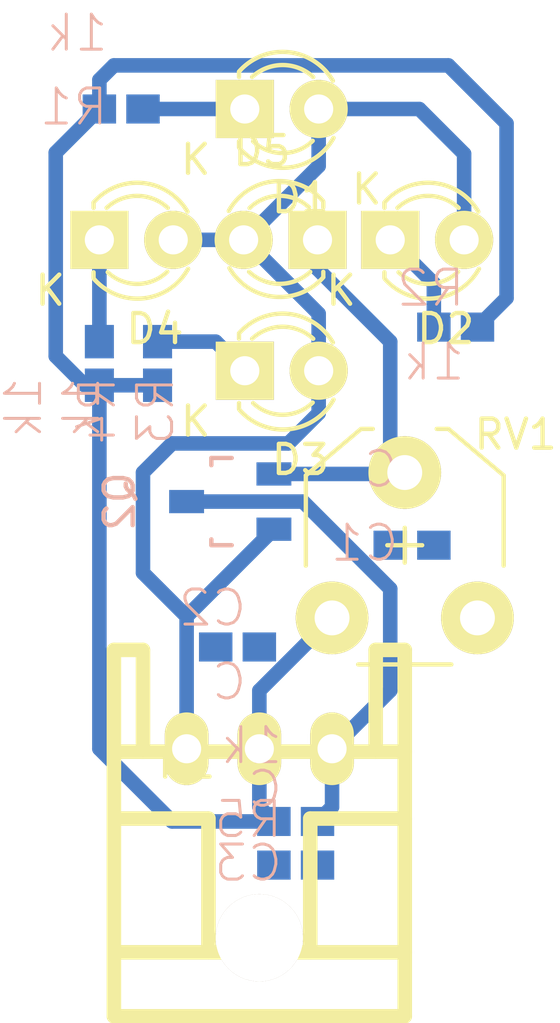
<source format=kicad_pcb>
(kicad_pcb (version 4) (host pcbnew 4.0.6)

  (general
    (links 26)
    (no_connects 6)
    (area 0 0 0 0)
    (thickness 1.6)
    (drawings 0)
    (tracks 51)
    (zones 0)
    (modules 16)
    (nets 9)
  )

  (page A4)
  (layers
    (0 F.Cu signal)
    (31 B.Cu signal)
    (32 B.Adhes user)
    (33 F.Adhes user)
    (34 B.Paste user)
    (35 F.Paste user)
    (36 B.SilkS user)
    (37 F.SilkS user)
    (38 B.Mask user)
    (39 F.Mask user)
    (40 Dwgs.User user)
    (41 Cmts.User user)
    (42 Eco1.User user)
    (43 Eco2.User user)
    (44 Edge.Cuts user)
    (45 Margin user)
    (46 B.CrtYd user)
    (47 F.CrtYd user)
    (48 B.Fab user)
    (49 F.Fab user)
  )

  (setup
    (last_trace_width 0.5)
    (user_trace_width 0.5)
    (user_trace_width 1)
    (trace_clearance 0.2)
    (zone_clearance 0.4)
    (zone_45_only no)
    (trace_min 0.2)
    (segment_width 0.2)
    (edge_width 0.15)
    (via_size 0.6)
    (via_drill 0.4)
    (via_min_size 0.4)
    (via_min_drill 0.3)
    (user_via 1.2 0.8)
    (uvia_size 0.3)
    (uvia_drill 0.1)
    (uvias_allowed no)
    (uvia_min_size 0.2)
    (uvia_min_drill 0.1)
    (pcb_text_width 0.3)
    (pcb_text_size 1.5 1.5)
    (mod_edge_width 0.15)
    (mod_text_size 1 1)
    (mod_text_width 0.15)
    (pad_size 1.524 1.524)
    (pad_drill 0.762)
    (pad_to_mask_clearance 0.2)
    (aux_axis_origin 0 0)
    (visible_elements 7FFFFFFF)
    (pcbplotparams
      (layerselection 0x00030_80000001)
      (usegerberextensions false)
      (excludeedgelayer true)
      (linewidth 0.100000)
      (plotframeref false)
      (viasonmask false)
      (mode 1)
      (useauxorigin false)
      (hpglpennumber 1)
      (hpglpenspeed 20)
      (hpglpendiameter 15)
      (hpglpenoverlay 2)
      (psnegative false)
      (psa4output false)
      (plotreference true)
      (plotvalue true)
      (plotinvisibletext false)
      (padsonsilk false)
      (subtractmaskfromsilk false)
      (outputformat 1)
      (mirror false)
      (drillshape 1)
      (scaleselection 1)
      (outputdirectory ""))
  )

  (net 0 "")
  (net 1 +5V)
  (net 2 "Net-(C1-Pad2)")
  (net 3 GND)
  (net 4 /SIGNAL)
  (net 5 "Net-(D1-Pad1)")
  (net 6 "Net-(D2-Pad1)")
  (net 7 "Net-(D3-Pad1)")
  (net 8 "Net-(D4-Pad1)")

  (net_class Default "これは標準のネット クラスです。"
    (clearance 0.2)
    (trace_width 0.25)
    (via_dia 0.6)
    (via_drill 0.4)
    (uvia_dia 0.3)
    (uvia_drill 0.1)
    (add_net +5V)
    (add_net /SIGNAL)
    (add_net GND)
    (add_net "Net-(C1-Pad2)")
    (add_net "Net-(D1-Pad1)")
    (add_net "Net-(D2-Pad1)")
    (add_net "Net-(D3-Pad1)")
    (add_net "Net-(D4-Pad1)")
  )

  (module RP_KiCAD_Libs:C1608_NP (layer B.Cu) (tedit 58C9EFDC) (tstamp 591FCD66)
    (at 98 45)
    (descr <b>CAPACITOR</b>)
    (path /591FC96C)
    (fp_text reference C1 (at -0.635 0.635) (layer B.SilkS)
      (effects (font (size 1.2065 1.2065) (thickness 0.1016)) (justify left bottom mirror))
    )
    (fp_text value C (at -0.635 -1.905) (layer B.SilkS)
      (effects (font (size 1.2065 1.2065) (thickness 0.1016)) (justify left bottom mirror))
    )
    (fp_line (start -0.356 0.432) (end 0.356 0.432) (layer Dwgs.User) (width 0.1016))
    (fp_line (start -0.356 -0.419) (end 0.356 -0.419) (layer Dwgs.User) (width 0.1016))
    (fp_poly (pts (xy -0.8382 -0.4699) (xy -0.3381 -0.4699) (xy -0.3381 0.4801) (xy -0.8382 0.4801)) (layer Dwgs.User) (width 0))
    (fp_poly (pts (xy 0.3302 -0.4699) (xy 0.8303 -0.4699) (xy 0.8303 0.4801) (xy 0.3302 0.4801)) (layer Dwgs.User) (width 0))
    (fp_poly (pts (xy -0.1999 -0.3) (xy 0.1999 -0.3) (xy 0.1999 0.3) (xy -0.1999 0.3)) (layer B.Adhes) (width 0))
    (pad 1 smd rect (at -1 0) (size 1.15 1) (layers B.Cu B.Paste B.Mask)
      (net 1 +5V))
    (pad 2 smd rect (at 0.5 0) (size 1.15 1) (layers B.Cu B.Paste B.Mask)
      (net 2 "Net-(C1-Pad2)"))
    (model Resistors_SMD.3dshapes/R_0603.wrl
      (at (xyz 0 0 0))
      (scale (xyz 1 1 1))
      (rotate (xyz 0 0 0))
    )
  )

  (module RP_KiCAD_Libs:C1608_NP (layer B.Cu) (tedit 58C9EFDC) (tstamp 591FCD6C)
    (at 91.5 48.5 180)
    (descr <b>CAPACITOR</b>)
    (path /591FBF74)
    (fp_text reference C2 (at -0.635 0.635 180) (layer B.SilkS)
      (effects (font (size 1.2065 1.2065) (thickness 0.1016)) (justify left bottom mirror))
    )
    (fp_text value C (at -0.635 -1.905 180) (layer B.SilkS)
      (effects (font (size 1.2065 1.2065) (thickness 0.1016)) (justify left bottom mirror))
    )
    (fp_line (start -0.356 0.432) (end 0.356 0.432) (layer Dwgs.User) (width 0.1016))
    (fp_line (start -0.356 -0.419) (end 0.356 -0.419) (layer Dwgs.User) (width 0.1016))
    (fp_poly (pts (xy -0.8382 -0.4699) (xy -0.3381 -0.4699) (xy -0.3381 0.4801) (xy -0.8382 0.4801)) (layer Dwgs.User) (width 0))
    (fp_poly (pts (xy 0.3302 -0.4699) (xy 0.8303 -0.4699) (xy 0.8303 0.4801) (xy 0.3302 0.4801)) (layer Dwgs.User) (width 0))
    (fp_poly (pts (xy -0.1999 -0.3) (xy 0.1999 -0.3) (xy 0.1999 0.3) (xy -0.1999 0.3)) (layer B.Adhes) (width 0))
    (pad 1 smd rect (at -1 0 180) (size 1.15 1) (layers B.Cu B.Paste B.Mask)
      (net 1 +5V))
    (pad 2 smd rect (at 0.5 0 180) (size 1.15 1) (layers B.Cu B.Paste B.Mask)
      (net 3 GND))
    (model Resistors_SMD.3dshapes/R_0603.wrl
      (at (xyz 0 0 0))
      (scale (xyz 1 1 1))
      (rotate (xyz 0 0 0))
    )
  )

  (module RP_KiCAD_Libs:C1608_NP (layer B.Cu) (tedit 58C9EFDC) (tstamp 591FCD72)
    (at 94 56)
    (descr <b>CAPACITOR</b>)
    (path /591FCA02)
    (fp_text reference C3 (at -0.635 0.635) (layer B.SilkS)
      (effects (font (size 1.2065 1.2065) (thickness 0.1016)) (justify left bottom mirror))
    )
    (fp_text value C (at -0.635 -1.905) (layer B.SilkS)
      (effects (font (size 1.2065 1.2065) (thickness 0.1016)) (justify left bottom mirror))
    )
    (fp_line (start -0.356 0.432) (end 0.356 0.432) (layer Dwgs.User) (width 0.1016))
    (fp_line (start -0.356 -0.419) (end 0.356 -0.419) (layer Dwgs.User) (width 0.1016))
    (fp_poly (pts (xy -0.8382 -0.4699) (xy -0.3381 -0.4699) (xy -0.3381 0.4801) (xy -0.8382 0.4801)) (layer Dwgs.User) (width 0))
    (fp_poly (pts (xy 0.3302 -0.4699) (xy 0.8303 -0.4699) (xy 0.8303 0.4801) (xy 0.3302 0.4801)) (layer Dwgs.User) (width 0))
    (fp_poly (pts (xy -0.1999 -0.3) (xy 0.1999 -0.3) (xy 0.1999 0.3) (xy -0.1999 0.3)) (layer B.Adhes) (width 0))
    (pad 1 smd rect (at -1 0) (size 1.15 1) (layers B.Cu B.Paste B.Mask)
      (net 1 +5V))
    (pad 2 smd rect (at 0.5 0) (size 1.15 1) (layers B.Cu B.Paste B.Mask)
      (net 4 /SIGNAL))
    (model Resistors_SMD.3dshapes/R_0603.wrl
      (at (xyz 0 0 0))
      (scale (xyz 1 1 1))
      (rotate (xyz 0 0 0))
    )
  )

  (module LEDs:LED-3MM (layer F.Cu) (tedit 559B82F6) (tstamp 591FCD78)
    (at 92 30)
    (descr "LED 3mm round vertical")
    (tags "LED  3mm round vertical")
    (path /591FC0F2)
    (fp_text reference D1 (at 1.91 3.06) (layer F.SilkS)
      (effects (font (size 1 1) (thickness 0.15)))
    )
    (fp_text value LED (at 1.3 -2.9) (layer F.Fab)
      (effects (font (size 1 1) (thickness 0.15)))
    )
    (fp_line (start -1.2 2.3) (end 3.8 2.3) (layer F.CrtYd) (width 0.05))
    (fp_line (start 3.8 2.3) (end 3.8 -2.2) (layer F.CrtYd) (width 0.05))
    (fp_line (start 3.8 -2.2) (end -1.2 -2.2) (layer F.CrtYd) (width 0.05))
    (fp_line (start -1.2 -2.2) (end -1.2 2.3) (layer F.CrtYd) (width 0.05))
    (fp_line (start -0.199 1.314) (end -0.199 1.114) (layer F.SilkS) (width 0.15))
    (fp_line (start -0.199 -1.28) (end -0.199 -1.1) (layer F.SilkS) (width 0.15))
    (fp_arc (start 1.301 0.034) (end -0.199 -1.286) (angle 108.5) (layer F.SilkS) (width 0.15))
    (fp_arc (start 1.301 0.034) (end 0.25 -1.1) (angle 85.7) (layer F.SilkS) (width 0.15))
    (fp_arc (start 1.311 0.034) (end 3.051 0.994) (angle 110) (layer F.SilkS) (width 0.15))
    (fp_arc (start 1.301 0.034) (end 2.335 1.094) (angle 87.5) (layer F.SilkS) (width 0.15))
    (fp_text user K (at -1.69 1.74) (layer F.SilkS)
      (effects (font (size 1 1) (thickness 0.15)))
    )
    (pad 1 thru_hole rect (at 0 0 90) (size 2 2) (drill 1.00076) (layers *.Cu *.Mask F.SilkS)
      (net 5 "Net-(D1-Pad1)"))
    (pad 2 thru_hole circle (at 2.54 0) (size 2 2) (drill 1.00076) (layers *.Cu *.Mask F.SilkS)
      (net 3 GND))
    (model LEDs.3dshapes/LED-3MM.wrl
      (at (xyz 0.05 0 0))
      (scale (xyz 1 1 1))
      (rotate (xyz 0 0 90))
    )
  )

  (module LEDs:LED-3MM (layer F.Cu) (tedit 559B82F6) (tstamp 591FCD7E)
    (at 97 34.5)
    (descr "LED 3mm round vertical")
    (tags "LED  3mm round vertical")
    (path /591FC10B)
    (fp_text reference D2 (at 1.91 3.06) (layer F.SilkS)
      (effects (font (size 1 1) (thickness 0.15)))
    )
    (fp_text value LED (at 1.3 -2.9) (layer F.Fab)
      (effects (font (size 1 1) (thickness 0.15)))
    )
    (fp_line (start -1.2 2.3) (end 3.8 2.3) (layer F.CrtYd) (width 0.05))
    (fp_line (start 3.8 2.3) (end 3.8 -2.2) (layer F.CrtYd) (width 0.05))
    (fp_line (start 3.8 -2.2) (end -1.2 -2.2) (layer F.CrtYd) (width 0.05))
    (fp_line (start -1.2 -2.2) (end -1.2 2.3) (layer F.CrtYd) (width 0.05))
    (fp_line (start -0.199 1.314) (end -0.199 1.114) (layer F.SilkS) (width 0.15))
    (fp_line (start -0.199 -1.28) (end -0.199 -1.1) (layer F.SilkS) (width 0.15))
    (fp_arc (start 1.301 0.034) (end -0.199 -1.286) (angle 108.5) (layer F.SilkS) (width 0.15))
    (fp_arc (start 1.301 0.034) (end 0.25 -1.1) (angle 85.7) (layer F.SilkS) (width 0.15))
    (fp_arc (start 1.311 0.034) (end 3.051 0.994) (angle 110) (layer F.SilkS) (width 0.15))
    (fp_arc (start 1.301 0.034) (end 2.335 1.094) (angle 87.5) (layer F.SilkS) (width 0.15))
    (fp_text user K (at -1.69 1.74) (layer F.SilkS)
      (effects (font (size 1 1) (thickness 0.15)))
    )
    (pad 1 thru_hole rect (at 0 0 90) (size 2 2) (drill 1.00076) (layers *.Cu *.Mask F.SilkS)
      (net 6 "Net-(D2-Pad1)"))
    (pad 2 thru_hole circle (at 2.54 0) (size 2 2) (drill 1.00076) (layers *.Cu *.Mask F.SilkS)
      (net 3 GND))
    (model LEDs.3dshapes/LED-3MM.wrl
      (at (xyz 0.05 0 0))
      (scale (xyz 1 1 1))
      (rotate (xyz 0 0 90))
    )
  )

  (module LEDs:LED-3MM (layer F.Cu) (tedit 559B82F6) (tstamp 591FCD84)
    (at 92 39)
    (descr "LED 3mm round vertical")
    (tags "LED  3mm round vertical")
    (path /591FBECC)
    (fp_text reference D3 (at 1.91 3.06) (layer F.SilkS)
      (effects (font (size 1 1) (thickness 0.15)))
    )
    (fp_text value LED (at 1.3 -2.9) (layer F.Fab)
      (effects (font (size 1 1) (thickness 0.15)))
    )
    (fp_line (start -1.2 2.3) (end 3.8 2.3) (layer F.CrtYd) (width 0.05))
    (fp_line (start 3.8 2.3) (end 3.8 -2.2) (layer F.CrtYd) (width 0.05))
    (fp_line (start 3.8 -2.2) (end -1.2 -2.2) (layer F.CrtYd) (width 0.05))
    (fp_line (start -1.2 -2.2) (end -1.2 2.3) (layer F.CrtYd) (width 0.05))
    (fp_line (start -0.199 1.314) (end -0.199 1.114) (layer F.SilkS) (width 0.15))
    (fp_line (start -0.199 -1.28) (end -0.199 -1.1) (layer F.SilkS) (width 0.15))
    (fp_arc (start 1.301 0.034) (end -0.199 -1.286) (angle 108.5) (layer F.SilkS) (width 0.15))
    (fp_arc (start 1.301 0.034) (end 0.25 -1.1) (angle 85.7) (layer F.SilkS) (width 0.15))
    (fp_arc (start 1.311 0.034) (end 3.051 0.994) (angle 110) (layer F.SilkS) (width 0.15))
    (fp_arc (start 1.301 0.034) (end 2.335 1.094) (angle 87.5) (layer F.SilkS) (width 0.15))
    (fp_text user K (at -1.69 1.74) (layer F.SilkS)
      (effects (font (size 1 1) (thickness 0.15)))
    )
    (pad 1 thru_hole rect (at 0 0 90) (size 2 2) (drill 1.00076) (layers *.Cu *.Mask F.SilkS)
      (net 7 "Net-(D3-Pad1)"))
    (pad 2 thru_hole circle (at 2.54 0) (size 2 2) (drill 1.00076) (layers *.Cu *.Mask F.SilkS)
      (net 3 GND))
    (model LEDs.3dshapes/LED-3MM.wrl
      (at (xyz 0.05 0 0))
      (scale (xyz 1 1 1))
      (rotate (xyz 0 0 90))
    )
  )

  (module LEDs:LED-3MM (layer F.Cu) (tedit 559B82F6) (tstamp 591FCD8A)
    (at 87 34.5)
    (descr "LED 3mm round vertical")
    (tags "LED  3mm round vertical")
    (path /591FC081)
    (fp_text reference D4 (at 1.91 3.06) (layer F.SilkS)
      (effects (font (size 1 1) (thickness 0.15)))
    )
    (fp_text value LED (at 1.3 -2.9) (layer F.Fab)
      (effects (font (size 1 1) (thickness 0.15)))
    )
    (fp_line (start -1.2 2.3) (end 3.8 2.3) (layer F.CrtYd) (width 0.05))
    (fp_line (start 3.8 2.3) (end 3.8 -2.2) (layer F.CrtYd) (width 0.05))
    (fp_line (start 3.8 -2.2) (end -1.2 -2.2) (layer F.CrtYd) (width 0.05))
    (fp_line (start -1.2 -2.2) (end -1.2 2.3) (layer F.CrtYd) (width 0.05))
    (fp_line (start -0.199 1.314) (end -0.199 1.114) (layer F.SilkS) (width 0.15))
    (fp_line (start -0.199 -1.28) (end -0.199 -1.1) (layer F.SilkS) (width 0.15))
    (fp_arc (start 1.301 0.034) (end -0.199 -1.286) (angle 108.5) (layer F.SilkS) (width 0.15))
    (fp_arc (start 1.301 0.034) (end 0.25 -1.1) (angle 85.7) (layer F.SilkS) (width 0.15))
    (fp_arc (start 1.311 0.034) (end 3.051 0.994) (angle 110) (layer F.SilkS) (width 0.15))
    (fp_arc (start 1.301 0.034) (end 2.335 1.094) (angle 87.5) (layer F.SilkS) (width 0.15))
    (fp_text user K (at -1.69 1.74) (layer F.SilkS)
      (effects (font (size 1 1) (thickness 0.15)))
    )
    (pad 1 thru_hole rect (at 0 0 90) (size 2 2) (drill 1.00076) (layers *.Cu *.Mask F.SilkS)
      (net 8 "Net-(D4-Pad1)"))
    (pad 2 thru_hole circle (at 2.54 0) (size 2 2) (drill 1.00076) (layers *.Cu *.Mask F.SilkS)
      (net 3 GND))
    (model LEDs.3dshapes/LED-3MM.wrl
      (at (xyz 0.05 0 0))
      (scale (xyz 1 1 1))
      (rotate (xyz 0 0 90))
    )
  )

  (module RP_KiCAD_Connector:XA_3LC (layer F.Cu) (tedit 5763B26E) (tstamp 591FCD92)
    (at 90 52)
    (path /591FBF08)
    (fp_text reference P1 (at 0 0.5) (layer F.SilkS)
      (effects (font (size 1 1) (thickness 0.15)))
    )
    (fp_text value CONN_01X03 (at 0 -0.5) (layer F.Fab)
      (effects (font (size 1 1) (thickness 0.15)))
    )
    (fp_line (start 6.5 -3.4) (end 6.5 0.1) (layer F.SilkS) (width 0.5))
    (fp_line (start -2.5 -3.4) (end -1.5 -3.4) (layer F.SilkS) (width 0.5))
    (fp_line (start -1.5 -3.4) (end -1.5 0.1) (layer F.SilkS) (width 0.5))
    (fp_line (start 7.5 0.1) (end -2.5 0.1) (layer F.SilkS) (width 0.5))
    (fp_line (start 7.5 -3.4) (end 6.5 -3.4) (layer F.SilkS) (width 0.5))
    (fp_line (start 4.25 2.4) (end 7.5 2.4) (layer F.SilkS) (width 0.5))
    (fp_line (start 0.75 2.4) (end -2.5 2.4) (layer F.SilkS) (width 0.5))
    (fp_line (start 4.25 2.4) (end 4.25 7) (layer F.SilkS) (width 0.5))
    (fp_line (start 0.75 2.4) (end 0.75 7) (layer F.SilkS) (width 0.5))
    (fp_line (start -2.5 7) (end 7.5 7) (layer F.SilkS) (width 0.5))
    (fp_line (start 7.5 -3.4) (end 7.5 9.2) (layer F.SilkS) (width 0.5))
    (fp_line (start 7.5 9.2) (end -2.5 9.2) (layer F.SilkS) (width 0.5))
    (fp_line (start -2.5 -3.4) (end -2.5 9.2) (layer F.SilkS) (width 0.5))
    (pad 1 thru_hole oval (at 0 0) (size 1.5 2.5) (drill 1) (layers *.Cu *.Mask F.SilkS)
      (net 3 GND))
    (pad 2 thru_hole oval (at 2.5 0) (size 1.5 2.5) (drill 1) (layers *.Cu *.Mask F.SilkS)
      (net 1 +5V))
    (pad 3 thru_hole oval (at 5 0) (size 1.5 2.5) (drill 1) (layers *.Cu *.Mask F.SilkS)
      (net 4 /SIGNAL))
    (pad "" thru_hole circle (at 2.5 6.5) (size 3 3) (drill 3) (layers *.Cu *.Mask F.SilkS)
      (clearance -0.3))
    (model conn_XA/XA_3S.wrl
      (at (xyz 0.1 -0.2 0))
      (scale (xyz 4 4 4))
      (rotate (xyz 0 0 180))
    )
  )

  (module TO_SOT_Packages_SMD:SOT-23_Handsoldering (layer B.Cu) (tedit 58E84853) (tstamp 591FCD9F)
    (at 91.5 43.5 270)
    (descr "SOT-23, Handsoldering")
    (tags SOT-23)
    (path /591FC439)
    (attr smd)
    (fp_text reference Q2 (at 0 3.81 270) (layer B.SilkS)
      (effects (font (size 1 1) (thickness 0.15)) (justify mirror))
    )
    (fp_text value MOSFET_N (at 0 -3.81 270) (layer B.Fab)
      (effects (font (size 1 1) (thickness 0.15)) (justify mirror))
    )
    (fp_line (start -1.49982 -0.0508) (end -1.49982 0.65024) (layer B.SilkS) (width 0.15))
    (fp_line (start -1.49982 0.65024) (end -1.2509 0.65024) (layer B.SilkS) (width 0.15))
    (fp_line (start 1.29916 0.65024) (end 1.49982 0.65024) (layer B.SilkS) (width 0.15))
    (fp_line (start 1.49982 0.65024) (end 1.49982 -0.0508) (layer B.SilkS) (width 0.15))
    (pad G smd rect (at -0.95 -1.50114 270) (size 0.8001 1.2) (layers B.Cu B.Paste B.Mask)
      (net 2 "Net-(C1-Pad2)"))
    (pad S smd rect (at 0.95 -1.50114 270) (size 0.8001 1.2) (layers B.Cu B.Paste B.Mask)
      (net 3 GND))
    (pad D smd rect (at 0 1.50114 270) (size 0.8001 1.2) (layers B.Cu B.Paste B.Mask)
      (net 4 /SIGNAL))
    (model TO_SOT_Packages_SMD.3dshapes/SOT-23_Handsoldering.wrl
      (at (xyz 0 0 0))
      (scale (xyz 1 1 1))
      (rotate (xyz 0 0 0))
    )
  )

  (module RP_KiCAD_Libs:C1608_NP (layer B.Cu) (tedit 58C9EFDC) (tstamp 591FCDA5)
    (at 88 30)
    (descr <b>CAPACITOR</b>)
    (path /591FC0EC)
    (fp_text reference R1 (at -0.635 0.635) (layer B.SilkS)
      (effects (font (size 1.2065 1.2065) (thickness 0.1016)) (justify left bottom mirror))
    )
    (fp_text value 1k (at -0.635 -1.905) (layer B.SilkS)
      (effects (font (size 1.2065 1.2065) (thickness 0.1016)) (justify left bottom mirror))
    )
    (fp_line (start -0.356 0.432) (end 0.356 0.432) (layer Dwgs.User) (width 0.1016))
    (fp_line (start -0.356 -0.419) (end 0.356 -0.419) (layer Dwgs.User) (width 0.1016))
    (fp_poly (pts (xy -0.8382 -0.4699) (xy -0.3381 -0.4699) (xy -0.3381 0.4801) (xy -0.8382 0.4801)) (layer Dwgs.User) (width 0))
    (fp_poly (pts (xy 0.3302 -0.4699) (xy 0.8303 -0.4699) (xy 0.8303 0.4801) (xy 0.3302 0.4801)) (layer Dwgs.User) (width 0))
    (fp_poly (pts (xy -0.1999 -0.3) (xy 0.1999 -0.3) (xy 0.1999 0.3) (xy -0.1999 0.3)) (layer B.Adhes) (width 0))
    (pad 1 smd rect (at -1 0) (size 1.15 1) (layers B.Cu B.Paste B.Mask)
      (net 1 +5V))
    (pad 2 smd rect (at 0.5 0) (size 1.15 1) (layers B.Cu B.Paste B.Mask)
      (net 5 "Net-(D1-Pad1)"))
    (model Resistors_SMD.3dshapes/R_0603.wrl
      (at (xyz 0 0 0))
      (scale (xyz 1 1 1))
      (rotate (xyz 0 0 0))
    )
  )

  (module RP_KiCAD_Libs:C1608_NP (layer B.Cu) (tedit 58C9EFDC) (tstamp 591FCDAB)
    (at 99 37.5 180)
    (descr <b>CAPACITOR</b>)
    (path /591FC105)
    (fp_text reference R2 (at -0.635 0.635 180) (layer B.SilkS)
      (effects (font (size 1.2065 1.2065) (thickness 0.1016)) (justify left bottom mirror))
    )
    (fp_text value 1k (at -0.635 -1.905 180) (layer B.SilkS)
      (effects (font (size 1.2065 1.2065) (thickness 0.1016)) (justify left bottom mirror))
    )
    (fp_line (start -0.356 0.432) (end 0.356 0.432) (layer Dwgs.User) (width 0.1016))
    (fp_line (start -0.356 -0.419) (end 0.356 -0.419) (layer Dwgs.User) (width 0.1016))
    (fp_poly (pts (xy -0.8382 -0.4699) (xy -0.3381 -0.4699) (xy -0.3381 0.4801) (xy -0.8382 0.4801)) (layer Dwgs.User) (width 0))
    (fp_poly (pts (xy 0.3302 -0.4699) (xy 0.8303 -0.4699) (xy 0.8303 0.4801) (xy 0.3302 0.4801)) (layer Dwgs.User) (width 0))
    (fp_poly (pts (xy -0.1999 -0.3) (xy 0.1999 -0.3) (xy 0.1999 0.3) (xy -0.1999 0.3)) (layer B.Adhes) (width 0))
    (pad 1 smd rect (at -1 0 180) (size 1.15 1) (layers B.Cu B.Paste B.Mask)
      (net 1 +5V))
    (pad 2 smd rect (at 0.5 0 180) (size 1.15 1) (layers B.Cu B.Paste B.Mask)
      (net 6 "Net-(D2-Pad1)"))
    (model Resistors_SMD.3dshapes/R_0603.wrl
      (at (xyz 0 0 0))
      (scale (xyz 1 1 1))
      (rotate (xyz 0 0 0))
    )
  )

  (module RP_KiCAD_Libs:C1608_NP (layer B.Cu) (tedit 58C9EFDC) (tstamp 591FCDB1)
    (at 89 38.5 90)
    (descr <b>CAPACITOR</b>)
    (path /591FBE9F)
    (fp_text reference R3 (at -0.635 0.635 90) (layer B.SilkS)
      (effects (font (size 1.2065 1.2065) (thickness 0.1016)) (justify left bottom mirror))
    )
    (fp_text value 1k (at -0.635 -1.905 90) (layer B.SilkS)
      (effects (font (size 1.2065 1.2065) (thickness 0.1016)) (justify left bottom mirror))
    )
    (fp_line (start -0.356 0.432) (end 0.356 0.432) (layer Dwgs.User) (width 0.1016))
    (fp_line (start -0.356 -0.419) (end 0.356 -0.419) (layer Dwgs.User) (width 0.1016))
    (fp_poly (pts (xy -0.8382 -0.4699) (xy -0.3381 -0.4699) (xy -0.3381 0.4801) (xy -0.8382 0.4801)) (layer Dwgs.User) (width 0))
    (fp_poly (pts (xy 0.3302 -0.4699) (xy 0.8303 -0.4699) (xy 0.8303 0.4801) (xy 0.3302 0.4801)) (layer Dwgs.User) (width 0))
    (fp_poly (pts (xy -0.1999 -0.3) (xy 0.1999 -0.3) (xy 0.1999 0.3) (xy -0.1999 0.3)) (layer B.Adhes) (width 0))
    (pad 1 smd rect (at -1 0 90) (size 1.15 1) (layers B.Cu B.Paste B.Mask)
      (net 1 +5V))
    (pad 2 smd rect (at 0.5 0 90) (size 1.15 1) (layers B.Cu B.Paste B.Mask)
      (net 7 "Net-(D3-Pad1)"))
    (model Resistors_SMD.3dshapes/R_0603.wrl
      (at (xyz 0 0 0))
      (scale (xyz 1 1 1))
      (rotate (xyz 0 0 0))
    )
  )

  (module RP_KiCAD_Libs:C1608_NP (layer B.Cu) (tedit 58C9EFDC) (tstamp 591FCDB7)
    (at 87 38.5 90)
    (descr <b>CAPACITOR</b>)
    (path /591FC07B)
    (fp_text reference R4 (at -0.635 0.635 90) (layer B.SilkS)
      (effects (font (size 1.2065 1.2065) (thickness 0.1016)) (justify left bottom mirror))
    )
    (fp_text value 1k (at -0.635 -1.905 90) (layer B.SilkS)
      (effects (font (size 1.2065 1.2065) (thickness 0.1016)) (justify left bottom mirror))
    )
    (fp_line (start -0.356 0.432) (end 0.356 0.432) (layer Dwgs.User) (width 0.1016))
    (fp_line (start -0.356 -0.419) (end 0.356 -0.419) (layer Dwgs.User) (width 0.1016))
    (fp_poly (pts (xy -0.8382 -0.4699) (xy -0.3381 -0.4699) (xy -0.3381 0.4801) (xy -0.8382 0.4801)) (layer Dwgs.User) (width 0))
    (fp_poly (pts (xy 0.3302 -0.4699) (xy 0.8303 -0.4699) (xy 0.8303 0.4801) (xy 0.3302 0.4801)) (layer Dwgs.User) (width 0))
    (fp_poly (pts (xy -0.1999 -0.3) (xy 0.1999 -0.3) (xy 0.1999 0.3) (xy -0.1999 0.3)) (layer B.Adhes) (width 0))
    (pad 1 smd rect (at -1 0 90) (size 1.15 1) (layers B.Cu B.Paste B.Mask)
      (net 1 +5V))
    (pad 2 smd rect (at 0.5 0 90) (size 1.15 1) (layers B.Cu B.Paste B.Mask)
      (net 8 "Net-(D4-Pad1)"))
    (model Resistors_SMD.3dshapes/R_0603.wrl
      (at (xyz 0 0 0))
      (scale (xyz 1 1 1))
      (rotate (xyz 0 0 0))
    )
  )

  (module RP_KiCAD_Libs:C1608_NP (layer B.Cu) (tedit 58C9EFDC) (tstamp 591FCDBD)
    (at 94 54.5)
    (descr <b>CAPACITOR</b>)
    (path /591FC49E)
    (fp_text reference R5 (at -0.635 0.635) (layer B.SilkS)
      (effects (font (size 1.2065 1.2065) (thickness 0.1016)) (justify left bottom mirror))
    )
    (fp_text value 1k (at -0.635 -1.905) (layer B.SilkS)
      (effects (font (size 1.2065 1.2065) (thickness 0.1016)) (justify left bottom mirror))
    )
    (fp_line (start -0.356 0.432) (end 0.356 0.432) (layer Dwgs.User) (width 0.1016))
    (fp_line (start -0.356 -0.419) (end 0.356 -0.419) (layer Dwgs.User) (width 0.1016))
    (fp_poly (pts (xy -0.8382 -0.4699) (xy -0.3381 -0.4699) (xy -0.3381 0.4801) (xy -0.8382 0.4801)) (layer Dwgs.User) (width 0))
    (fp_poly (pts (xy 0.3302 -0.4699) (xy 0.8303 -0.4699) (xy 0.8303 0.4801) (xy 0.3302 0.4801)) (layer Dwgs.User) (width 0))
    (fp_poly (pts (xy -0.1999 -0.3) (xy 0.1999 -0.3) (xy 0.1999 0.3) (xy -0.1999 0.3)) (layer B.Adhes) (width 0))
    (pad 1 smd rect (at -1 0) (size 1.15 1) (layers B.Cu B.Paste B.Mask)
      (net 1 +5V))
    (pad 2 smd rect (at 0.5 0) (size 1.15 1) (layers B.Cu B.Paste B.Mask)
      (net 4 /SIGNAL))
    (model Resistors_SMD.3dshapes/R_0603.wrl
      (at (xyz 0 0 0))
      (scale (xyz 1 1 1))
      (rotate (xyz 0 0 0))
    )
  )

  (module Potentiometers:Potentiometer_VishaySpectrol-Econtrim-Type36M (layer F.Cu) (tedit 5446FD75) (tstamp 591FCDC4)
    (at 95 47.5)
    (descr "Potentiometer, Trimmer, Spectrol Type 36M, Econtrim, Rev A, 02 Aug 2010,")
    (tags "Potentiometer, Trimmer, Spectrol Type 36M, Econtrim, Rev A, 02 Aug 2010,")
    (path /591FC308)
    (fp_text reference RV1 (at 6.30936 -6.30936) (layer F.SilkS)
      (effects (font (size 1 1) (thickness 0.15)))
    )
    (fp_text value POT (at 2.49936 3.85064) (layer F.Fab)
      (effects (font (size 1 1) (thickness 0.15)))
    )
    (fp_line (start 3.0988 -2.49936) (end 1.89992 -2.49936) (layer F.SilkS) (width 0.15))
    (fp_line (start 2.49936 -3.0988) (end 2.49936 -1.89992) (layer F.SilkS) (width 0.15))
    (fp_line (start 1.39954 -6.49986) (end 0.99822 -6.49986) (layer F.SilkS) (width 0.15))
    (fp_line (start 0.99822 -6.49986) (end -0.9017 -4.89966) (layer F.SilkS) (width 0.15))
    (fp_line (start -0.9017 -4.89966) (end -0.9017 -1.79832) (layer F.SilkS) (width 0.15))
    (fp_line (start 3.59918 -6.49986) (end 4.0005 -6.49986) (layer F.SilkS) (width 0.15))
    (fp_line (start 4.0005 -6.49986) (end 5.90042 -4.89966) (layer F.SilkS) (width 0.15))
    (fp_line (start 5.90042 -4.89966) (end 5.90042 -1.79832) (layer F.SilkS) (width 0.15))
    (fp_line (start 2.49936 1.6002) (end 0.89916 1.6002) (layer F.SilkS) (width 0.15))
    (fp_line (start 2.49936 1.6002) (end 4.09956 1.6002) (layer F.SilkS) (width 0.15))
    (pad 2 thru_hole circle (at 2.49936 -4.99872) (size 2.49936 2.49936) (drill 1.19888) (layers *.Cu *.Mask F.SilkS)
      (net 2 "Net-(C1-Pad2)"))
    (pad 3 thru_hole circle (at 4.99872 0) (size 2.49936 2.49936) (drill 1.19888) (layers *.Cu *.Mask F.SilkS))
    (pad 1 thru_hole circle (at 0 0) (size 2.49936 2.49936) (drill 1.19888) (layers *.Cu *.Mask F.SilkS)
      (net 1 +5V))
  )

  (module LEDs:LED-3MM (layer F.Cu) (tedit 559B82F6) (tstamp 591FD851)
    (at 94.5 34.5 180)
    (descr "LED 3mm round vertical")
    (tags "LED  3mm round vertical")
    (path /591FD85F)
    (fp_text reference D5 (at 1.91 3.06 180) (layer F.SilkS)
      (effects (font (size 1 1) (thickness 0.15)))
    )
    (fp_text value LED (at 1.3 -2.9 180) (layer F.Fab)
      (effects (font (size 1 1) (thickness 0.15)))
    )
    (fp_line (start -1.2 2.3) (end 3.8 2.3) (layer F.CrtYd) (width 0.05))
    (fp_line (start 3.8 2.3) (end 3.8 -2.2) (layer F.CrtYd) (width 0.05))
    (fp_line (start 3.8 -2.2) (end -1.2 -2.2) (layer F.CrtYd) (width 0.05))
    (fp_line (start -1.2 -2.2) (end -1.2 2.3) (layer F.CrtYd) (width 0.05))
    (fp_line (start -0.199 1.314) (end -0.199 1.114) (layer F.SilkS) (width 0.15))
    (fp_line (start -0.199 -1.28) (end -0.199 -1.1) (layer F.SilkS) (width 0.15))
    (fp_arc (start 1.301 0.034) (end -0.199 -1.286) (angle 108.5) (layer F.SilkS) (width 0.15))
    (fp_arc (start 1.301 0.034) (end 0.25 -1.1) (angle 85.7) (layer F.SilkS) (width 0.15))
    (fp_arc (start 1.311 0.034) (end 3.051 0.994) (angle 110) (layer F.SilkS) (width 0.15))
    (fp_arc (start 1.301 0.034) (end 2.335 1.094) (angle 87.5) (layer F.SilkS) (width 0.15))
    (fp_text user K (at -1.69 1.74 180) (layer F.SilkS)
      (effects (font (size 1 1) (thickness 0.15)))
    )
    (pad 1 thru_hole rect (at 0 0 270) (size 2 2) (drill 1.00076) (layers *.Cu *.Mask F.SilkS)
      (net 2 "Net-(C1-Pad2)"))
    (pad 2 thru_hole circle (at 2.54 0 180) (size 2 2) (drill 1.00076) (layers *.Cu *.Mask F.SilkS)
      (net 3 GND))
    (model LEDs.3dshapes/LED-3MM.wrl
      (at (xyz 0.05 0 0))
      (scale (xyz 1 1 1))
      (rotate (xyz 0 0 90))
    )
  )

  (segment (start 93 54.5) (end 89.5 54.5) (width 0.5) (layer B.Cu) (net 1))
  (segment (start 87 52) (end 87 39.5) (width 0.5) (layer B.Cu) (net 1) (tstamp 591FD8B9))
  (segment (start 89.5 54.5) (end 87 52) (width 0.5) (layer B.Cu) (net 1) (tstamp 591FD8B8))
  (segment (start 92.5 52) (end 92.5 50) (width 0.5) (layer B.Cu) (net 1))
  (segment (start 92.5 50) (end 95 47.5) (width 0.5) (layer B.Cu) (net 1) (tstamp 591FD8B1))
  (segment (start 92.5 52) (end 92.5 54) (width 0.5) (layer B.Cu) (net 1))
  (segment (start 92.5 54) (end 93 54.5) (width 0.5) (layer B.Cu) (net 1) (tstamp 591FD89B))
  (segment (start 87 30) (end 87 29) (width 0.5) (layer B.Cu) (net 1))
  (segment (start 101 36.5) (end 100 37.5) (width 0.5) (layer B.Cu) (net 1) (tstamp 591FD805))
  (segment (start 101 30.5) (end 101 36.5) (width 0.5) (layer B.Cu) (net 1) (tstamp 591FD803))
  (segment (start 99 28.5) (end 101 30.5) (width 0.5) (layer B.Cu) (net 1) (tstamp 591FD801))
  (segment (start 87.5 28.5) (end 99 28.5) (width 0.5) (layer B.Cu) (net 1) (tstamp 591FD800))
  (segment (start 87 29) (end 87.5 28.5) (width 0.5) (layer B.Cu) (net 1) (tstamp 591FD7FF))
  (segment (start 87 39.5) (end 86.5 39.5) (width 0.5) (layer B.Cu) (net 1))
  (segment (start 86.5 39.5) (end 85.5 38.5) (width 0.5) (layer B.Cu) (net 1) (tstamp 591FD7FA))
  (segment (start 85.5 31.5) (end 87 30) (width 0.5) (layer B.Cu) (net 1) (tstamp 591FD7FC))
  (segment (start 85.5 38.5) (end 85.5 31.5) (width 0.5) (layer B.Cu) (net 1) (tstamp 591FD7FB))
  (segment (start 89 39.5) (end 87 39.5) (width 0.5) (layer B.Cu) (net 1))
  (segment (start 93.00114 42.55) (end 97.45064 42.55) (width 0.5) (layer B.Cu) (net 2))
  (segment (start 97.45064 42.55) (end 97.49936 42.50128) (width 0.5) (layer B.Cu) (net 2) (tstamp 591FD8B5))
  (segment (start 94.5 34.5) (end 94.5 35.5) (width 0.5) (layer B.Cu) (net 2))
  (segment (start 94.5 35.5) (end 97 38) (width 0.5) (layer B.Cu) (net 2) (tstamp 591FD858))
  (segment (start 97 38) (end 97 41.5) (width 0.5) (layer B.Cu) (net 2) (tstamp 591FD859))
  (segment (start 90 47.45114) (end 88.5 45.95114) (width 0.5) (layer B.Cu) (net 3))
  (segment (start 94.54 40.46) (end 94.54 39) (width 0.5) (layer B.Cu) (net 3) (tstamp 591FD8C1))
  (segment (start 93.5 41.5) (end 94.54 40.46) (width 0.5) (layer B.Cu) (net 3) (tstamp 591FD8C0))
  (segment (start 89.5 41.5) (end 93.5 41.5) (width 0.5) (layer B.Cu) (net 3) (tstamp 591FD8BF))
  (segment (start 88.5 42.5) (end 89.5 41.5) (width 0.5) (layer B.Cu) (net 3) (tstamp 591FD8BE))
  (segment (start 88.5 45.95114) (end 88.5 42.5) (width 0.5) (layer B.Cu) (net 3) (tstamp 591FD8BD))
  (segment (start 93.00114 44.45) (end 90 47.45114) (width 0.5) (layer B.Cu) (net 3))
  (segment (start 90 47.45114) (end 90 52) (width 0.5) (layer B.Cu) (net 3) (tstamp 591FD8AD))
  (segment (start 92 34.5) (end 94.54 31.96) (width 0.5) (layer B.Cu) (net 3))
  (segment (start 94.54 31.96) (end 94.54 30) (width 0.5) (layer B.Cu) (net 3) (tstamp 591FD248))
  (segment (start 92 34.5) (end 94.54 37.04) (width 0.5) (layer B.Cu) (net 3))
  (segment (start 94.54 37.04) (end 94.54 39) (width 0.5) (layer B.Cu) (net 3) (tstamp 591FD245))
  (segment (start 89.54 34.5) (end 92 34.5) (width 0.5) (layer B.Cu) (net 3))
  (segment (start 99.54 34.5) (end 99.54 31.54) (width 0.5) (layer B.Cu) (net 3))
  (segment (start 99.54 31.54) (end 98 30) (width 0.5) (layer B.Cu) (net 3) (tstamp 591FD23E))
  (segment (start 98 30) (end 94.54 30) (width 0.5) (layer B.Cu) (net 3) (tstamp 591FD23F))
  (segment (start 89.99886 43.5) (end 94 43.5) (width 0.5) (layer B.Cu) (net 4))
  (segment (start 97 50) (end 95 52) (width 0.5) (layer B.Cu) (net 4) (tstamp 591FD8A9))
  (segment (start 97 46.5) (end 97 50) (width 0.5) (layer B.Cu) (net 4) (tstamp 591FD8A7))
  (segment (start 94 43.5) (end 97 46.5) (width 0.5) (layer B.Cu) (net 4) (tstamp 591FD8A5))
  (segment (start 94.5 54.5) (end 95 54) (width 0.5) (layer B.Cu) (net 4))
  (segment (start 95 54) (end 95 52) (width 0.5) (layer B.Cu) (net 4) (tstamp 591FD89E))
  (segment (start 88.5 30) (end 92 30) (width 0.5) (layer B.Cu) (net 5))
  (segment (start 97 34.5) (end 98.5 36) (width 0.5) (layer B.Cu) (net 6))
  (segment (start 98.5 36) (end 98.5 37.5) (width 0.5) (layer B.Cu) (net 6) (tstamp 591FD808))
  (segment (start 89 38) (end 91 38) (width 0.5) (layer B.Cu) (net 7))
  (segment (start 91 38) (end 92 39) (width 0.5) (layer B.Cu) (net 7) (tstamp 591FD80B))
  (segment (start 87 38) (end 87 34.5) (width 0.5) (layer B.Cu) (net 8))

)

</source>
